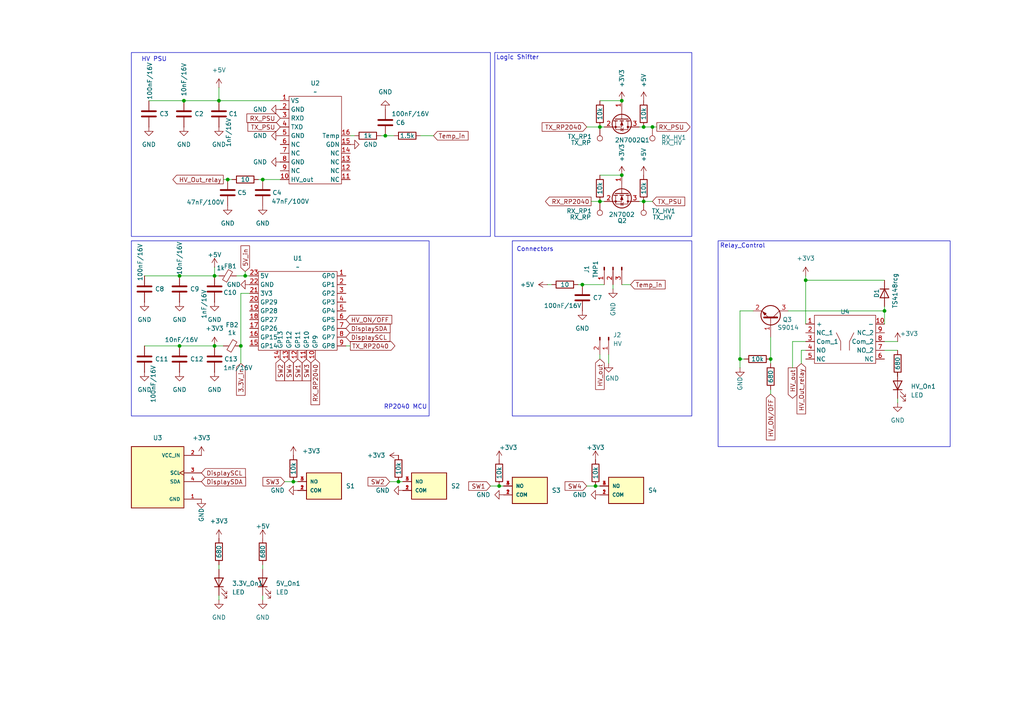
<source format=kicad_sch>
(kicad_sch (version 20250114) (generator "eeschema") (generator_version "9.0")
  (paper "A4")
  (lib_symbols
    (symbol "C11204-01:C11204"
      (property "Reference" "U" (at 0 5.08 0))
      (symbol "C11204_1_1"
        (pin input line (at -10.16 5.08 0) (length 2.54) (name "VS") (number "1"))
        (pin input line (at -10.16 2.54 0) (length 2.54) (name "GND") (number "2"))
        (pin input line (at -10.16 0 0) (length 2.54) (name "RXD") (number "3"))
        (pin output line (at -10.16 -2.54 0) (length 2.54) (name "TXD") (number "4"))
        (pin input line (at -10.16 -5.08 0) (length 2.54) (name "GND") (number "5"))
        (pin input line (at -10.16 -7.62 0) (length 2.54) (name "NC") (number "6"))
        (pin input line (at -10.16 -10.16 0) (length 2.54) (name "NC") (number "7"))
        (pin input line (at -10.16 -12.7 0) (length 2.54) (name "GND") (number "8"))
        (pin input line (at -10.16 -15.24 0) (length 2.54) (name "NC") (number "9"))
        (pin input line (at -10.16 -17.78 0) (length 2.54) (name "HV_out") (number "10"))
        (pin input line (at 10.16 -5.08 180) (length 2.54) (name "Temp") (number "16"))
        (pin input line (at 10.16 -7.62 180) (length 2.54) (name "GDN") (number "15"))
        (pin input line (at 10.16 -10.16 180) (length 2.54) (name "NC") (number "14"))
        (pin input line (at 10.16 -12.7 180) (length 2.54) (name "NC") (number "13"))
        (pin input line (at 10.16 -15.24 180) (length 2.54) (name "NC") (number "12"))
        (pin input line (at 10.16 -17.78 180) (length 2.54) (name "NC") (number "11"))
      )
    )
    (symbol "Connector:Conn_01x02_Pin" (pin_names (offset 1.016) (hide yes))
      (property "Reference" "J" (at 0 2.54 0))
      (property "Value" "Conn_01x02_Pin" (at 0 -5.08 0))
      (symbol "Conn_01x02_Pin_1_1"
        (pin passive line (at 5.08 0 180) (length 3.81) (name "Pin_1") (number "1"))
        (pin passive line (at 5.08 -2.54 180) (length 3.81) (name "Pin_2") (number "2"))
      )
    )
    (symbol "Connector:Conn_01x03_Pin" (pin_names (offset 1.016) (hide yes))
      (property "Reference" "J" (at 0 5.08 0))
      (property "Value" "Conn_01x03_Pin" (at 0 -5.08 0))
      (symbol "Conn_01x03_Pin_1_1"
        (pin passive line (at 5.08 2.54 180) (length 3.81) (name "Pin_1") (number "1"))
        (pin passive line (at 5.08 0 180) (length 3.81) (name "Pin_2") (number "2"))
        (pin passive line (at 5.08 -2.54 180) (length 3.81) (name "Pin_3") (number "3"))
      )
    )
    (symbol "Connector:TestPoint" (pin_numbers (hide yes)) (pin_names (offset 0.762) (hide yes))
      (property "Reference" "TP" (at 0 6.858 0))
      (property "Value" "TestPoint" (at 0 5.08 0))
      (symbol "TestPoint_1_1"
        (pin passive line (at 0 0 90) (length 2.54) (name "1") (number "1"))
      )
    )
    (symbol "Device:C" (pin_numbers (hide yes)) (pin_names (offset 0.254))
      (property "Reference" "C" (at 0.635 2.54 0))
      (property "Value" "C" (at 0.635 -2.54 0))
      (symbol "C_1_1"
        (pin passive line (at 0 3.81 270) (length 2.794) (name "~") (number "1"))
        (pin passive line (at 0 -3.81 90) (length 2.794) (name "~") (number "2"))
      )
    )
    (symbol "Device:D" (pin_numbers (hide yes)) (pin_names (offset 1.016) (hide yes))
      (property "Reference" "D" (at 0 2.54 0))
      (property "Value" "D" (at 0 -2.54 0))
      (symbol "D_1_1"
        (pin passive line (at -3.81 0 0) (length 2.54) (name "K") (number "1"))
        (pin passive line (at 3.81 0 180) (length 2.54) (name "A") (number "2"))
      )
    )
    (symbol "Device:FerriteBead_Small" (pin_numbers (hide yes)) (pin_names (offset 0))
      (property "Reference" "FB" (at 1.905 1.27 0))
      (property "Value" "FerriteBead_Small" (at 1.905 -1.27 0))
      (symbol "FerriteBead_Small_1_1"
        (pin passive line (at 0 2.54 270) (length 1.27) (name "~") (number "1"))
        (pin passive line (at 0 -2.54 90) (length 1.27) (name "~") (number "2"))
      )
    )
    (symbol "Device:LED" (pin_numbers (hide yes)) (pin_names (offset 1.016) (hide yes))
      (property "Reference" "D" (at 0 2.54 0))
      (property "Value" "LED" (at 0 -2.54 0))
      (symbol "LED_1_1"
        (pin passive line (at -3.81 0 0) (length 2.54) (name "K") (number "1"))
        (pin passive line (at 3.81 0 180) (length 2.54) (name "A") (number "2"))
      )
    )
    (symbol "Device:R" (pin_numbers (hide yes)) (pin_names (offset 0))
      (property "Reference" "R" (at 2.032 0 90))
      (property "Value" "R" (at 0 0 90))
      (symbol "R_1_1"
        (pin passive line (at 0 3.81 270) (length 1.27) (name "~") (number "1"))
        (pin passive line (at 0 -3.81 90) (length 1.27) (name "~") (number "2"))
      )
    )
    (symbol "Oled_Module:DM-OLED096-636" (pin_names (offset 1.016))
      (property "Reference" "U" (at -7.62 10.922 0))
      (property "Value" "DM-OLED096-636" (at -7.62 -10.16 0))
      (symbol "DM-OLED096-636_0_0"
        (pin power_in line (at 12.7 7.62 180) (length 5.08) (name "VCC_IN") (number "2"))
        (pin input clock (at 12.7 2.54 180) (length 5.08) (name "SCL") (number "3"))
        (pin bidirectional line (at 12.7 0 180) (length 5.08) (name "SDA") (number "4"))
        (pin power_in line (at 12.7 -5.08 180) (length 5.08) (name "GND") (number "1"))
      )
    )
    (symbol "RP2040MCU:SuperMiniRP2040"
      (property "Reference" "U" (at 0 0 0))
      (symbol "SuperMiniRP2040_1_1"
        (pin input line (at -13.97 6.35 0) (length 2.54) (name "5V") (number "23"))
        (pin input line (at -13.97 3.81 0) (length 2.54) (name "GND") (number "22"))
        (pin input line (at -13.97 1.27 0) (length 2.54) (name "3V3") (number "21"))
        (pin input line (at -13.97 -1.27 0) (length 2.54) (name "GP29") (number "20"))
        (pin input line (at -13.97 -3.81 0) (length 2.54) (name "GP28") (number "19"))
        (pin input line (at -13.97 -6.35 0) (length 2.54) (name "GP27") (number "18"))
        (pin input line (at -13.97 -8.89 0) (length 2.54) (name "GP26") (number "17"))
        (pin input line (at -13.97 -11.43 0) (length 2.54) (name "GP15") (number "16"))
        (pin input line (at -13.97 -13.97 0) (length 2.54) (name "GP14") (number "15"))
        (pin input line (at -5.08 -17.78 90) (length 2.54) (name "GP13") (number "14"))
        (pin input line (at -2.54 -17.78 90) (length 2.54) (name "GP12") (number "13"))
        (pin input line (at 0 -17.78 90) (length 2.54) (name "GP11") (number "12"))
        (pin input line (at 2.54 -17.78 90) (length 2.54) (name "GP10") (number "11"))
        (pin input line (at 5.08 -17.78 90) (length 2.54) (name "GP9") (number "10"))
        (pin input line (at 13.97 6.35 180) (length 2.54) (name "GP0") (number "1"))
        (pin input line (at 13.97 3.81 180) (length 2.54) (name "GP1") (number "2"))
        (pin input line (at 13.97 1.27 180) (length 2.54) (name "GP2") (number "3"))
        (pin input line (at 13.97 -1.27 180) (length 2.54) (name "GP3") (number "4"))
        (pin input line (at 13.97 -3.81 180) (length 2.54) (name "GP4") (number "5"))
        (pin input line (at 13.97 -6.35 180) (length 2.54) (name "GP5") (number "6"))
        (pin input line (at 13.97 -8.89 180) (length 2.54) (name "GP6") (number "7"))
        (pin input line (at 13.97 -11.43 180) (length 2.54) (name "GP7") (number "8"))
        (pin input line (at 13.97 -13.97 180) (length 2.54) (name "GP8") (number "9"))
      )
    )
    (symbol "Switch:PTS815_SJG_250_SMTR_LFS" (pin_names (offset 1.016))
      (property "Reference" "S" (at 5.08 5.08 0))
      (property "Value" "PTS815_SJG_250_SMTR_LFS" (at 5.08 2.54 0))
      (symbol "PTS815_SJG_250_SMTR_LFS_0_0"
        (pin bidirectional line (at -2.54 -2.54 0) (length 2.54) (name "NO") (number "3"))
        (pin bidirectional line (at -2.54 -2.54 0) (length 2.54) (name "NO") (number "4"))
        (pin bidirectional line (at -2.54 -5.08 0) (length 2.54) (name "COM") (number "1"))
        (pin bidirectional line (at -2.54 -5.08 0) (length 2.54) (name "COM") (number "2"))
      )
    )
    (symbol "TQ2SA_relay:TQ2SA-3V"
      (property "Reference" "U" (at 0 4.826 0))
      (symbol "TQ2SA-3V_1_1"
        (pin input line (at -11.43 1.27 0) (length 2.54) (name "+") (number "1"))
        (pin input line (at -11.43 -1.27 0) (length 2.54) (name "NC_1") (number "2"))
        (pin input line (at -11.43 -3.81 0) (length 2.54) (name "Com_1") (number "3"))
        (pin input line (at -11.43 -6.35 0) (length 2.54) (name "NO") (number "4"))
        (pin input line (at -11.43 -8.89 0) (length 2.54) (name "NC") (number "5"))
        (pin input line (at 11.43 1.27 180) (length 2.54) (name "-") (number "10"))
        (pin input line (at 11.43 -1.27 180) (length 2.54) (name "NC_2") (number "9"))
        (pin input line (at 11.43 -3.81 180) (length 2.54) (name "Com_2") (number "8"))
        (pin input line (at 11.43 -6.35 180) (length 2.54) (name "NO_2") (number "7"))
        (pin input line (at 11.43 -8.89 180) (length 2.54) (name "NC") (number "6"))
      )
    )
    (symbol "Transistor_BJT:MMBTA44" (pin_names (offset 0) (hide yes))
      (property "Reference" "Q" (at 5.08 1.905 0))
      (property "Value" "MMBTA44" (at 5.08 0 0))
      (symbol "MMBTA44_1_1"
        (pin input line (at -5.08 0 0) (length 5.08) (name "B") (number "1"))
        (pin passive line (at 2.54 5.08 270) (length 2.54) (name "C") (number "3"))
        (pin passive line (at 2.54 -5.08 90) (length 2.54) (name "E") (number "2"))
      )
    )
    (symbol "Transistor_FET:2N7002" (pin_names (hide yes))
      (property "Reference" "Q" (at 5.08 1.905 0))
      (property "Value" "2N7002" (at 5.08 0 0))
      (symbol "2N7002_1_1"
        (pin input line (at -5.08 0 0) (length 2.54) (name "G") (number "1"))
        (pin passive line (at 2.54 5.08 270) (length 2.54) (name "D") (number "3"))
        (pin passive line (at 2.54 -5.08 90) (length 2.54) (name "S") (number "2"))
      )
    )
    (symbol "power:+3V3" (power) (pin_numbers (hide yes)) (pin_names (offset 0) (hide yes))
      (property "Value" "+3V3" (at 0 3.556 0))
      (symbol "+3V3_1_1"
        (pin power_in line (at 0 0 90) (length 0) (name "~") (number "1"))
      )
    )
    (symbol "power:+5V" (power) (pin_numbers (hide yes)) (pin_names (offset 0) (hide yes))
      (property "Value" "+5V" (at 0 3.556 0))
      (symbol "+5V_1_1"
        (pin power_in line (at 0 0 90) (length 0) (name "~") (number "1"))
      )
    )
    (symbol "power:GND" (power) (pin_numbers (hide yes)) (pin_names (offset 0) (hide yes))
      (property "Value" "GND" (at 0 -3.81 0))
      (symbol "GND_1_1"
        (pin power_in line (at 0 0 270) (length 0) (name "~") (number "1"))
      )
    )
  )
  (rectangle (start 208.28 69.85) (end 275.59 129.54))
  (rectangle (start 38.1 15.24) (end 142.24 68.58))
  (rectangle (start 148.59 69.85) (end 200.66 120.65))
  (rectangle (start 38.1 69.85) (end 124.46 120.65))
  (rectangle (start 143.51 15.24) (end 200.66 68.58))
  (text "Connectors" (at 155.194 72.39 0) (effects (font (size 1.27 1.27))))
  (text "Logic Shifter" (at 150.114 16.764 0) (effects (font (size 1.27 1.27))))
  (text "HV PSU" (at 44.704 17.272 0) (effects (font (size 1.27 1.27))))
  (text "Relay_Control" (at 215.392 71.374 0) (effects (font (size 1.27 1.27))))
  (text "RP2040 MCU" (at 117.602 118.11 0) (effects (font (size 1.27 1.27))))
  (junction (at 223.52 104.14))
  (junction (at 168.91 82.55))
  (junction (at 69.85 100.33))
  (junction (at 189.23 36.83))
  (junction (at 66.04 52.07))
  (junction (at 85.09 139.7))
  (junction (at 63.5 29.21))
  (junction (at 62.23 80.01))
  (junction (at 52.07 80.01))
  (junction (at 115.57 139.7))
  (junction (at 180.34 29.21))
  (junction (at 53.34 29.21))
  (junction (at 173.99 36.83))
  (junction (at 76.2 52.07))
  (junction (at 186.69 36.83))
  (junction (at 186.69 58.42))
  (junction (at 172.72 140.97))
  (junction (at 214.63 104.14))
  (junction (at 71.12 80.01))
  (junction (at 52.07 100.33))
  (junction (at 62.23 100.33))
  (junction (at 233.68 81.28))
  (junction (at 144.78 140.97))
  (junction (at 173.99 58.42))
  (junction (at 111.76 39.37))
  (junction (at 256.54 90.17))
  (junction (at 180.34 50.8))
  (wire (pts (xy 69.85 85.09) (xy 69.85 100.33)))
  (wire (pts (xy 52.07 80.01) (xy 62.23 80.01)))
  (wire (pts (xy 189.23 58.42) (xy 186.69 58.42)))
  (wire (pts (xy 214.63 104.14) (xy 214.63 90.17)))
  (wire (pts (xy 115.57 139.7) (xy 116.84 139.7)))
  (wire (pts (xy 121.92 39.37) (xy 125.73 39.37)))
  (wire (pts (xy 71.12 80.01) (xy 72.39 80.01)))
  (wire (pts (xy 66.04 52.07) (xy 67.31 52.07)))
  (wire (pts (xy 63.5 25.4) (xy 63.5 29.21)))
  (wire (pts (xy 215.9 104.14) (xy 214.63 104.14)))
  (wire (pts (xy 171.45 58.42) (xy 173.99 58.42)))
  (wire (pts (xy 41.91 100.33) (xy 52.07 100.33)))
  (wire (pts (xy 180.34 50.8) (xy 173.99 50.8)))
  (wire (pts (xy 63.5 165.1) (xy 63.5 163.83)))
  (wire (pts (xy 233.68 80.01) (xy 233.68 81.28)))
  (wire (pts (xy 190.5 36.83) (xy 189.23 36.83)))
  (wire (pts (xy 256.54 101.6) (xy 260.35 101.6)))
  (wire (pts (xy 142.24 140.97) (xy 144.78 140.97)))
  (wire (pts (xy 101.6 100.33) (xy 100.33 100.33)))
  (wire (pts (xy 41.91 80.01) (xy 52.07 80.01)))
  (wire (pts (xy 113.03 139.7) (xy 115.57 139.7)))
  (wire (pts (xy 69.85 85.09) (xy 72.39 85.09)))
  (wire (pts (xy 175.26 58.42) (xy 173.99 58.42)))
  (wire (pts (xy 228.6 90.17) (xy 256.54 90.17)))
  (wire (pts (xy 170.18 36.83) (xy 173.99 36.83)))
  (wire (pts (xy 74.93 52.07) (xy 76.2 52.07)))
  (wire (pts (xy 232.41 101.6) (xy 232.41 105.41)))
  (wire (pts (xy 175.26 36.83) (xy 173.99 36.83)))
  (wire (pts (xy 167.64 82.55) (xy 168.91 82.55)))
  (wire (pts (xy 76.2 52.07) (xy 81.28 52.07)))
  (wire (pts (xy 62.23 80.01) (xy 63.5 80.01)))
  (wire (pts (xy 53.34 29.21) (xy 63.5 29.21)))
  (wire (pts (xy 168.91 82.55) (xy 175.26 82.55)))
  (wire (pts (xy 177.8 82.55) (xy 177.8 83.82)))
  (wire (pts (xy 69.85 100.33) (xy 69.85 105.41)))
  (wire (pts (xy 144.78 140.97) (xy 146.05 140.97)))
  (wire (pts (xy 68.58 80.01) (xy 71.12 80.01)))
  (wire (pts (xy 256.54 99.06) (xy 260.35 99.06)))
  (wire (pts (xy 223.52 97.79) (xy 223.52 104.14)))
  (wire (pts (xy 63.5 173.99) (xy 63.5 172.72)))
  (wire (pts (xy 176.53 105.41) (xy 176.53 102.87)))
  (wire (pts (xy 63.5 29.21) (xy 81.28 29.21)))
  (wire (pts (xy 170.18 140.97) (xy 172.72 140.97)))
  (wire (pts (xy 233.68 99.06) (xy 229.87 99.06)))
  (wire (pts (xy 173.99 104.14) (xy 173.99 102.87)))
  (wire (pts (xy 233.68 81.28) (xy 233.68 93.98)))
  (wire (pts (xy 76.2 165.1) (xy 76.2 163.83)))
  (wire (pts (xy 260.35 107.95) (xy 260.35 109.22)))
  (wire (pts (xy 180.34 29.21) (xy 173.99 29.21)))
  (wire (pts (xy 114.3 39.37) (xy 111.76 39.37)))
  (wire (pts (xy 232.41 101.6) (xy 233.68 101.6)))
  (wire (pts (xy 223.52 105.41) (xy 223.52 104.14)))
  (wire (pts (xy 214.63 90.17) (xy 218.44 90.17)))
  (wire (pts (xy 229.87 99.06) (xy 229.87 106.68)))
  (wire (pts (xy 260.35 116.84) (xy 260.35 115.57)))
  (wire (pts (xy 82.55 139.7) (xy 85.09 139.7)))
  (wire (pts (xy 102.87 39.37) (xy 101.6 39.37)))
  (wire (pts (xy 223.52 114.3) (xy 223.52 113.03)))
  (wire (pts (xy 111.76 39.37) (xy 110.49 39.37)))
  (wire (pts (xy 158.75 82.55) (xy 160.02 82.55)))
  (wire (pts (xy 189.23 36.83) (xy 186.69 36.83)))
  (wire (pts (xy 62.23 77.47) (xy 62.23 80.01)))
  (wire (pts (xy 76.2 173.99) (xy 76.2 172.72)))
  (wire (pts (xy 52.07 100.33) (xy 62.23 100.33)))
  (wire (pts (xy 186.69 36.83) (xy 185.42 36.83)))
  (wire (pts (xy 182.88 82.55) (xy 180.34 82.55)))
  (wire (pts (xy 256.54 93.98) (xy 256.54 90.17)))
  (wire (pts (xy 172.72 140.97) (xy 173.99 140.97)))
  (wire (pts (xy 186.69 58.42) (xy 185.42 58.42)))
  (wire (pts (xy 85.09 139.7) (xy 86.36 139.7)))
  (wire (pts (xy 43.18 29.21) (xy 53.34 29.21)))
  (wire (pts (xy 233.68 81.28) (xy 256.54 81.28)))
  (wire (pts (xy 64.77 52.07) (xy 66.04 52.07)))
  (wire (pts (xy 71.12 78.74) (xy 71.12 80.01)))
  (wire (pts (xy 256.54 88.9) (xy 256.54 90.17)))
  (wire (pts (xy 214.63 106.68) (xy 214.63 104.14)))
  (wire (pts (xy 62.23 100.33) (xy 64.77 100.33)))
  (global_label "SW1" (shape input) (at 142.24 140.97 180) (property "Intersheetrefs" "${INTERSHEET_REFS}" (effects (hide yes))))
  (global_label "DisplaySDA" (shape input) (at 58.42 139.7 0) (property "Intersheetrefs" "${INTERSHEET_REFS}" (effects (hide yes))))
  (global_label "SW1" (shape input) (at 86.36 104.14 270) (property "Intersheetrefs" "${INTERSHEET_REFS}" (effects (hide yes))))
  (global_label "RX_RP2040" (shape input) (at 91.44 104.14 270) (property "Intersheetrefs" "${INTERSHEET_REFS}" (effects (hide yes))))
  (global_label "HV_ON{slash}OFF" (shape input) (at 223.52 114.3 270) (property "Intersheetrefs" "${INTERSHEET_REFS}" (effects (hide yes))))
  (global_label "HV_ON{slash}OFF" (shape input) (at 100.33 92.71 0) (property "Intersheetrefs" "${INTERSHEET_REFS}" (effects (hide yes))))
  (global_label "Temp_in" (shape input) (at 125.73 39.37 0) (property "Intersheetrefs" "${INTERSHEET_REFS}" (effects (hide yes))))
  (global_label "SW3" (shape input) (at 82.55 139.7 180) (property "Intersheetrefs" "${INTERSHEET_REFS}" (effects (hide yes))))
  (global_label "HV_out" (shape input) (at 173.99 104.14 270) (property "Intersheetrefs" "${INTERSHEET_REFS}" (effects (hide yes))))
  (global_label "RX_PSU" (shape output) (at 190.5 36.83 0) (property "Intersheetrefs" "${INTERSHEET_REFS}" (effects (hide yes))))
  (global_label "HV_out" (shape output) (at 229.87 106.68 270) (property "Intersheetrefs" "${INTERSHEET_REFS}" (effects (hide yes))))
  (global_label "SW2" (shape input) (at 113.03 139.7 180) (property "Intersheetrefs" "${INTERSHEET_REFS}" (effects (hide yes))))
  (global_label "HV_Out_relay" (shape input) (at 232.41 105.41 270) (property "Intersheetrefs" "${INTERSHEET_REFS}" (effects (hide yes))))
  (global_label "TX_RP2040" (shape output) (at 101.6 100.33 0) (property "Intersheetrefs" "${INTERSHEET_REFS}" (effects (hide yes))))
  (global_label "5V_in" (shape input) (at 71.12 78.74 90) (property "Intersheetrefs" "${INTERSHEET_REFS}" (effects (hide yes))))
  (global_label "TX_PSU" (shape input) (at 81.28 36.83 180) (property "Intersheetrefs" "${INTERSHEET_REFS}" (effects (hide yes))))
  (global_label "3.3V_in" (shape input) (at 69.85 105.41 270) (property "Intersheetrefs" "${INTERSHEET_REFS}" (effects (hide yes))))
  (global_label "SW3" (shape input) (at 88.9 104.14 270) (property "Intersheetrefs" "${INTERSHEET_REFS}" (effects (hide yes))))
  (global_label "TX_PSU" (shape input) (at 189.23 58.42 0) (property "Intersheetrefs" "${INTERSHEET_REFS}" (effects (hide yes))))
  (global_label "RX_PSU" (shape input) (at 81.28 34.29 180) (property "Intersheetrefs" "${INTERSHEET_REFS}" (effects (hide yes))))
  (global_label "DisplaySCL" (shape input) (at 58.42 137.16 0) (property "Intersheetrefs" "${INTERSHEET_REFS}" (effects (hide yes))))
  (global_label "Temp_in" (shape input) (at 182.88 82.55 0) (property "Intersheetrefs" "${INTERSHEET_REFS}" (effects (hide yes))))
  (global_label "DisplaySCL" (shape input) (at 100.33 97.79 0) (property "Intersheetrefs" "${INTERSHEET_REFS}" (effects (hide yes))))
  (global_label "SW4" (shape input) (at 83.82 104.14 270) (property "Intersheetrefs" "${INTERSHEET_REFS}" (effects (hide yes))))
  (global_label "HV_Out_relay" (shape output) (at 64.77 52.07 180) (property "Intersheetrefs" "${INTERSHEET_REFS}" (effects (hide yes))))
  (global_label "RX_RP2040" (shape output) (at 171.45 58.42 180) (property "Intersheetrefs" "${INTERSHEET_REFS}" (effects (hide yes))))
  (global_label "DisplaySDA" (shape input) (at 100.33 95.25 0) (property "Intersheetrefs" "${INTERSHEET_REFS}" (effects (hide yes))))
  (global_label "SW2" (shape input) (at 81.28 104.14 270) (property "Intersheetrefs" "${INTERSHEET_REFS}" (effects (hide yes))))
  (global_label "TX_RP2040" (shape input) (at 170.18 36.83 180) (property "Intersheetrefs" "${INTERSHEET_REFS}" (effects (hide yes))))
  (global_label "SW4" (shape input) (at 170.18 140.97 180) (property "Intersheetrefs" "${INTERSHEET_REFS}" (effects (hide yes))))
  (symbol (lib_id "power:+5V") (at 76.2 156.21 0) (unit 1)
    (property "Reference" "#PWR046" (effects (hide yes)))
    (property "Value" "+5V" (at 76.2 152.654 0))
    (property "Description" "Power symbol creates a global label with name \"+5V\"" (effects (hide yes)))
  )
  (symbol (lib_id "power:GND") (at 81.28 46.99 270) (unit 1)
    (property "Reference" "#PWR08" (effects (hide yes)))
    (property "Value" "GND" (at 77.47 46.9899 90) (effects (justify right)))
    (property "Description" "Power symbol creates a global label with name \"GND\" , ground" (effects (hide yes)))
  )
  (symbol (lib_id "Transistor_BJT:MMBTA44") (at 223.52 92.71 270) (mirror x) (unit 1)
    (property "Reference" "Q3" (at 228.346 92.71 90))
    (property "Value" "S9014" (at 228.6 94.996 90))
    (property "Footprint" "Package_TO_SOT_SMD:SOT-23" (effects (hide yes)))
    (property "Datasheet" "https://diotec.com/request/datasheet/mmbta42.pdf" (effects (hide yes)))
    (property "Description" "0.3A Ic, 400V Vce, NPN High Voltage Transistor, SOT-23" (effects (hide yes)))
  )
  (symbol (lib_id "power:GND") (at 86.36 142.24 270) (unit 1)
    (property "Reference" "#PWR034" (effects (hide yes)))
    (property "Value" "GND" (at 82.55 142.2399 90) (effects (justify right)))
    (property "Description" "Power symbol creates a global label with name \"GND\" , ground" (effects (hide yes)))
  )
  (symbol (lib_id "Device:R") (at 186.69 33.02 0) (unit 1)
    (property "Reference" "R2" (effects (hide yes)))
    (property "Value" "10k" (at 186.69 33.02 90))
    (property "Footprint" "Resistor_SMD:R_0201_0603Metric" (effects (hide yes)))
    (property "Description" "Resistor" (effects (hide yes)))
  )
  (symbol (lib_id "power:+3V3") (at 58.42 132.08 0) (unit 1)
    (property "Reference" "#PWR030" (effects (hide yes)))
    (property "Value" "+3V3" (at 58.42 127 0))
    (property "Description" "Power symbol creates a global label with name \"+3V3\"" (effects (hide yes)))
  )
  (symbol (lib_id "Connector:Conn_01x02_Pin") (at 176.53 97.79 270) (unit 1)
    (property "Reference" "J2" (at 177.8 97.1549 90) (effects (justify left)))
    (property "Value" "HV" (at 177.8 99.6949 90) (effects (justify left)))
    (property "Footprint" "Connector_JST:JST_EH_S2B-EH_1x02_P2.50mm_Horizontal" (effects (hide yes)))
    (property "Description" "Generic connector, single row, 01x02, script generated" (effects (hide yes)))
  )
  (symbol (lib_id "Device:R") (at 219.71 104.14 90) (unit 1)
    (property "Reference" "R14" (effects (hide yes)))
    (property "Value" "10k" (at 219.71 104.14 90))
    (property "Footprint" "Resistor_SMD:R_0201_0603Metric" (effects (hide yes)))
    (property "Description" "Resistor" (effects (hide yes)))
  )
  (symbol (lib_id "Device:C") (at 111.76 35.56 0) (mirror x) (unit 1)
    (property "Reference" "C6" (at 114.808 35.56 0) (effects (justify left)))
    (property "Value" "100nF/16V" (at 113.538 33.02 0) (effects (justify left)))
    (property "Footprint" "Capacitor_SMD:C_0402_1005Metric" (effects (hide yes)))
    (property "Description" "Unpolarized capacitor" (effects (hide yes)))
  )
  (symbol (lib_id "Device:FerriteBead_Small") (at 66.04 80.01 90) (unit 1)
    (property "Reference" "FB1" (at 66.802 77.216 90))
    (property "Value" "1k" (at 64.008 77.724 90))
    (property "Footprint" "Inductor_SMD:L_0603_1608Metric" (effects (hide yes)))
    (property "Description" "Ferrite bead, small symbol" (effects (hide yes)))
  )
  (symbol (lib_id "Device:R") (at 186.69 54.61 0) (unit 1)
    (property "Reference" "R4" (effects (hide yes)))
    (property "Value" "10k" (at 186.69 54.61 90))
    (property "Footprint" "Resistor_SMD:R_0201_0603Metric" (effects (hide yes)))
    (property "Description" "Resistor" (effects (hide yes)))
  )
  (symbol (lib_id "power:+3V3") (at 115.57 132.08 90) (unit 1)
    (property "Reference" "#PWR038" (effects (hide yes)))
    (property "Value" "+3V3" (at 111.76 132.0799 90) (effects (justify left)))
    (property "Description" "Power symbol creates a global label with name \"+3V3\"" (effects (hide yes)))
  )
  (symbol (lib_id "Connector:Conn_01x03_Pin") (at 177.8 77.47 90) (mirror x) (unit 1)
    (property "Reference" "J1" (at 170.18 78.105 0))
    (property "Value" "TMP1" (at 172.72 78.105 0))
    (property "Footprint" "Connector_JST:JST_EH_S3B-EH_1x03_P2.50mm_Horizontal" (effects (hide yes)))
    (property "Description" "Generic connector, single row, 01x03, script generated" (effects (hide yes)))
  )
  (symbol (lib_id "Connector:TestPoint") (at 173.99 58.42 0) (mirror x) (unit 1)
    (property "Reference" "RX_RP1" (at 171.704 61.214 0) (effects (justify right)))
    (property "Value" "RX_RP" (at 171.45 62.9919 0) (effects (justify right)))
    (property "Footprint" "TestPoint:TestPoint_Pad_D2.0mm" (effects (hide yes)))
    (property "Description" "test point" (effects (hide yes)))
  )
  (symbol (lib_id "power:GND") (at 53.34 36.83 0) (unit 1)
    (property "Reference" "#PWR014" (effects (hide yes)))
    (property "Value" "GND" (at 53.34 41.91 0))
    (property "Description" "Power symbol creates a global label with name \"GND\" , ground" (effects (hide yes)))
  )
  (symbol (lib_id "Device:LED") (at 260.35 111.76 90) (unit 1)
    (property "Reference" "HV_On1" (at 264.16 112.0774 90) (effects (justify right)))
    (property "Value" "LED" (at 264.16 114.6174 90) (effects (justify right)))
    (property "Footprint" "LED_SMD:LED_0603_1608Metric" (effects (hide yes)))
    (property "Description" "Light emitting diode" (effects (hide yes)))
  )
  (symbol (lib_id "power:GND") (at 111.76 31.75 180) (unit 1)
    (property "Reference" "#PWR018" (effects (hide yes)))
    (property "Value" "GND" (at 111.76 26.67 0))
    (property "Description" "Power symbol creates a global label with name \"GND\" , ground" (effects (hide yes)))
  )
  (symbol (lib_id "RP2040MCU:SuperMiniRP2040") (at 86.36 86.36 0) (unit 1)
    (property "Reference" "U1" (at 86.36 74.93 0))
    (property "Value" "~" (at 86.36 77.47 0))
    (property "Footprint" "RP2040MCU:SuperMiniRP2040" (effects (hide yes)))
  )
  (symbol (lib_id "power:GND") (at 81.28 31.75 270) (unit 1)
    (property "Reference" "#PWR06" (effects (hide yes)))
    (property "Value" "GND" (at 77.47 31.7499 90) (effects (justify right)))
    (property "Description" "Power symbol creates a global label with name \"GND\" , ground" (effects (hide yes)))
  )
  (symbol (lib_id "Device:R") (at 163.83 82.55 270) (unit 1)
    (property "Reference" "R8" (effects (hide yes)))
    (property "Value" "10" (at 163.83 82.55 90))
    (property "Footprint" "Resistor_SMD:R_0201_0603Metric" (effects (hide yes)))
    (property "Description" "Resistor" (effects (hide yes)))
  )
  (symbol (lib_id "Oled_Module:DM-OLED096-636") (at 45.72 139.7 0) (unit 1)
    (property "Reference" "U3" (at 45.72 127 0))
    (property "Value" "DM-OLED096-636" (effects (hide yes)))
    (property "Footprint" "Oled_module:MODULE_DM-OLED096-636" (effects (hide yes)))
    (property "MF" "Display Module" (effects (hide yes)))
    (property "MAXIMUM_PACKAGE_HEIGHT" "11.3 mm" (effects (hide yes)))
    (property "Package" "Package" (effects (hide yes)))
    (property "Price" "None" (effects (hide yes)))
    (property "Check_prices" "https://www.snapeda.com/parts/DM-OLED096-636/Display+Module/view-part/?ref=eda" (effects (hide yes)))
    (property "STANDARD" "Manufacturer Recommendations" (effects (hide yes)))
    (property "PARTREV" "2018-09-10" (effects (hide yes)))
    (property "SnapEDA_Link" "https://www.snapeda.com/parts/DM-OLED096-636/Display+Module/view-part/?ref=snap" (effects (hide yes)))
    (property "MP" "DM-OLED096-636" (effects (hide yes)))
    (property "Description_1" "\n0.96” 128 X 64 MONOCHROME GRAPHIC OLED DISPLAY MODULE - I2C\n" (effects (hide yes)))
    (property "Availability" "Not in stock" (effects (hide yes)))
    (property "MANUFACTURER" "Displaymodule" (effects (hide yes)))
  )
  (symbol (lib_id "Device:R") (at 144.78 137.16 0) (unit 1)
    (property "Reference" "R12" (effects (hide yes)))
    (property "Value" "10k" (at 144.78 137.16 90))
    (property "Footprint" "Resistor_SMD:R_0201_0603Metric" (effects (hide yes)))
    (property "Description" "Resistor" (effects (hide yes)))
  )
  (symbol (lib_id "power:GND") (at 176.53 105.41 0) (unit 1)
    (property "Reference" "#PWR023" (effects (hide yes)))
    (property "Value" "GND" (at 177.546 109.728 0))
    (property "Description" "Power symbol creates a global label with name \"GND\" , ground" (effects (hide yes)))
  )
  (symbol (lib_id "power:+3V3") (at 172.72 133.35 0) (unit 1)
    (property "Reference" "#PWR036" (effects (hide yes)))
    (property "Value" "+3V3" (at 172.72 129.794 0))
    (property "Description" "Power symbol creates a global label with name \"+3V3\"" (effects (hide yes)))
  )
  (symbol (lib_id "Device:C") (at 52.07 83.82 0) (unit 1)
    (property "Reference" "C9" (at 55.118 83.82 0) (effects (justify left)))
    (property "Value" "10nF/16V" (at 52.07 79.756 90) (effects (justify left)))
    (property "Footprint" "Capacitor_SMD:C_0402_1005Metric" (effects (hide yes)))
    (property "Description" "Unpolarized capacitor" (effects (hide yes)))
  )
  (symbol (lib_id "Device:C") (at 168.91 86.36 0) (unit 1)
    (property "Reference" "C7" (at 171.958 86.36 0) (effects (justify left)))
    (property "Value" "100nF/16V" (at 157.734 88.646 0) (effects (justify left)))
    (property "Footprint" "Capacitor_SMD:C_0402_1005Metric" (effects (hide yes)))
    (property "Description" "Unpolarized capacitor" (effects (hide yes)))
  )
  (symbol (lib_id "Device:R") (at 85.09 135.89 0) (unit 1)
    (property "Reference" "R10" (effects (hide yes)))
    (property "Value" "10k" (at 85.09 135.89 90))
    (property "Footprint" "Resistor_SMD:R_0201_0603Metric" (effects (hide yes)))
    (property "Description" "Resistor" (effects (hide yes)))
  )
  (symbol (lib_id "power:+5V") (at 158.75 82.55 90) (unit 1)
    (property "Reference" "#PWR021" (effects (hide yes)))
    (property "Value" "+5V" (at 154.94 82.5499 90) (effects (justify left)))
    (property "Description" "Power symbol creates a global label with name \"+5V\"" (effects (hide yes)))
  )
  (symbol (lib_id "Device:C") (at 66.04 55.88 0) (unit 1)
    (property "Reference" "C5" (at 68.834 55.88 0) (effects (justify left)))
    (property "Value" "47nF/100V" (at 54.102 58.674 0) (effects (justify left)))
    (property "Footprint" "Capacitor_SMD:C_0603_1608Metric" (effects (hide yes)))
    (property "Description" "Unpolarized capacitor" (effects (hide yes)))
  )
  (symbol (lib_id "power:GND") (at 63.5 36.83 0) (unit 1)
    (property "Reference" "#PWR013" (effects (hide yes)))
    (property "Value" "GND" (at 63.5 41.91 0))
    (property "Description" "Power symbol creates a global label with name \"GND\" , ground" (effects (hide yes)))
  )
  (symbol (lib_id "power:GND") (at 177.8 83.82 0) (unit 1)
    (property "Reference" "#PWR019" (effects (hide yes)))
    (property "Value" "GND" (at 177.8001 87.63 90) (effects (justify right)))
    (property "Description" "Power symbol creates a global label with name \"GND\" , ground" (effects (hide yes)))
  )
  (symbol (lib_id "power:GND") (at 62.23 87.63 0) (unit 1)
    (property "Reference" "#PWR026" (effects (hide yes)))
    (property "Value" "GND" (at 62.23 92.71 0))
    (property "Description" "Power symbol creates a global label with name \"GND\" , ground" (effects (hide yes)))
  )
  (symbol (lib_id "power:GND") (at 116.84 142.24 270) (unit 1)
    (property "Reference" "#PWR033" (effects (hide yes)))
    (property "Value" "GND" (at 113.03 142.2399 90) (effects (justify right)))
    (property "Description" "Power symbol creates a global label with name \"GND\" , ground" (effects (hide yes)))
  )
  (symbol (lib_id "power:GND") (at 76.2 59.69 0) (unit 1)
    (property "Reference" "#PWR016" (effects (hide yes)))
    (property "Value" "GND" (at 76.2 64.77 0))
    (property "Description" "Power symbol creates a global label with name \"GND\" , ground" (effects (hide yes)))
  )
  (symbol (lib_id "Device:C") (at 62.23 104.14 0) (unit 1)
    (property "Reference" "C13" (at 65.024 104.14 0) (effects (justify left)))
    (property "Value" "1nF/16V" (at 64.77 106.68 0) (effects (justify left)))
    (property "Footprint" "Capacitor_SMD:C_0402_1005Metric" (effects (hide yes)))
    (property "Description" "Unpolarized capacitor" (effects (hide yes)))
  )
  (symbol (lib_id "Device:R") (at 260.35 105.41 0) (unit 1)
    (property "Reference" "R15" (effects (hide yes)))
    (property "Value" "680" (at 260.35 105.41 90))
    (property "Footprint" "Resistor_SMD:R_0201_0603Metric" (effects (hide yes)))
    (property "Description" "Resistor" (effects (hide yes)))
  )
  (symbol (lib_id "power:+3V3") (at 260.35 99.06 0) (unit 1)
    (property "Reference" "#PWR043" (effects (hide yes)))
    (property "Value" "+3V3" (at 263.652 96.774 0))
    (property "Description" "Power symbol creates a global label with name \"+3V3\"" (effects (hide yes)))
  )
  (symbol (lib_id "power:+3V3") (at 85.09 132.08 0) (unit 1)
    (property "Reference" "#PWR037" (effects (hide yes)))
    (property "Value" "+3V3" (at 87.63 130.8099 0) (effects (justify left)))
    (property "Description" "Power symbol creates a global label with name \"+3V3\"" (effects (hide yes)))
  )
  (symbol (lib_id "power:GND") (at 52.07 107.95 0) (unit 1)
    (property "Reference" "#PWR028" (effects (hide yes)))
    (property "Value" "GND" (at 52.07 113.03 0))
    (property "Description" "Power symbol creates a global label with name \"GND\" , ground" (effects (hide yes)))
  )
  (symbol (lib_id "Connector:TestPoint") (at 173.99 36.83 0) (mirror x) (unit 1)
    (property "Reference" "TX_RP1" (at 171.704 39.624 0) (effects (justify right)))
    (property "Value" "TX_RP" (at 171.45 41.4019 0) (effects (justify right)))
    (property "Footprint" "TestPoint:TestPoint_Pad_D2.0mm" (effects (hide yes)))
    (property "Description" "test point" (effects (hide yes)))
  )
  (symbol (lib_id "power:GND") (at 43.18 36.83 0) (unit 1)
    (property "Reference" "#PWR015" (effects (hide yes)))
    (property "Value" "GND" (at 43.18 41.91 0))
    (property "Description" "Power symbol creates a global label with name \"GND\" , ground" (effects (hide yes)))
  )
  (symbol (lib_id "power:GND") (at 76.2 173.99 0) (unit 1)
    (property "Reference" "#PWR041" (effects (hide yes)))
    (property "Value" "GND" (at 76.2 179.07 0))
    (property "Description" "Power symbol creates a global label with name \"GND\" , ground" (effects (hide yes)))
  )
  (symbol (lib_id "power:GND") (at 58.42 144.78 0) (unit 1)
    (property "Reference" "#PWR031" (effects (hide yes)))
    (property "Value" "GND" (at 58.42 147.32 90) (effects (justify right)))
    (property "Description" "Power symbol creates a global label with name \"GND\" , ground" (effects (hide yes)))
  )
  (symbol (lib_id "Switch:PTS815_SJG_250_SMTR_LFS") (at 176.53 138.43 0) (unit 1)
    (property "Reference" "S4" (at 187.96 142.2399 0) (effects (justify left)))
    (property "Value" "PTS815_SJG_250_SMTR_LFS" (effects (hide yes)))
    (property "Footprint" "Switch:PTS815SJG250SMTRLFS" (effects (hide yes)))
    (property "MANUFACTURER_NAME" "C & K COMPONENTS" (effects (hide yes)))
    (property "MF" "C&K" (effects (hide yes)))
    (property "MOUSER_PRICE-STOCK" "https://www.mouser.co.uk/ProductDetail/CK/PTS815-SJG-250-SMTR-LFS?qs=ahcBuItHZ3yjoEmU1Oppnw%3D%3D" (effects (hide yes)))
    (property "DESCRIPTION" "Tactile Switches Tact Switch, 12 VDC, 50 mA, 4.2x3.2, 2.5mm H, 400gf, J leads" (effects (hide yes)))
    (property "MOUSER_PART_NUMBER" "611-PTS815SJG250SMTR" (effects (hide yes)))
    (property "Price" "None" (effects (hide yes)))
    (property "Package" "None" (effects (hide yes)))
    (property "Check_prices" "https://www.snapeda.com/parts/PTS815%20SJG%20250%20SMTR%20LFS/C%2526K/view-part/?ref=eda" (effects (hide yes)))
    (property "HEIGHT" "2.7mm" (effects (hide yes)))
    (property "SnapEDA_Link" "https://www.snapeda.com/parts/PTS815%20SJG%20250%20SMTR%20LFS/C%2526K/view-part/?ref=snap" (effects (hide yes)))
    (property "MP" "PTS815 SJG 250 SMTR LFS" (effects (hide yes)))
    (property "Description_1" "\nSwitch;Tactile;4.2 x 3.2;2.5MM;400gf;J Leads | C&K PTS815 SJG 250 SMTR LFS\n" (effects (hide yes)))
    (property "Availability" "In Stock" (effects (hide yes)))
    (property "MANUFACTURER_PART_NUMBER" "PTS815 SJG 250 SMTR LFS" (effects (hide yes)))
  )
  (symbol (lib_id "power:+3V3") (at 180.34 50.8 0) (unit 1)
    (property "Reference" "#PWR011" (effects (hide yes)))
    (property "Value" "+3V3" (at 180.3401 46.99 90) (effects (justify left)))
    (property "Description" "Power symbol creates a global label with name \"+3V3\"" (effects (hide yes)))
  )
  (symbol (lib_id "Device:R") (at 106.68 39.37 270) (unit 1)
    (property "Reference" "R6" (effects (hide yes)))
    (property "Value" "1k" (at 106.68 39.37 90))
    (property "Footprint" "Resistor_SMD:R_0201_0603Metric" (effects (hide yes)))
    (property "Description" "Resistor" (effects (hide yes)))
  )
  (symbol (lib_id "power:+5V") (at 186.69 29.21 0) (unit 1)
    (property "Reference" "#PWR010" (effects (hide yes)))
    (property "Value" "+5V" (at 186.6901 25.4 90) (effects (justify left)))
    (property "Description" "Power symbol creates a global label with name \"+5V\"" (effects (hide yes)))
  )
  (symbol (lib_id "Device:LED") (at 63.5 168.91 90) (unit 1)
    (property "Reference" "3.3V_On1" (at 67.31 169.2274 90) (effects (justify right)))
    (property "Value" "LED" (at 67.31 171.7674 90) (effects (justify right)))
    (property "Footprint" "LED_SMD:LED_0603_1608Metric" (effects (hide yes)))
    (property "Description" "Light emitting diode" (effects (hide yes)))
  )
  (symbol (lib_id "power:GND") (at 62.23 107.95 0) (unit 1)
    (property "Reference" "#PWR029" (effects (hide yes)))
    (property "Value" "GND" (at 62.23 113.03 0))
    (property "Description" "Power symbol creates a global label with name \"GND\" , ground" (effects (hide yes)))
  )
  (symbol (lib_id "power:+5V") (at 63.5 25.4 0) (unit 1)
    (property "Reference" "#PWR05" (effects (hide yes)))
    (property "Value" "+5V" (at 63.5 20.32 0))
    (property "Description" "Power symbol creates a global label with name \"+5V\"" (effects (hide yes)))
  )
  (symbol (lib_id "power:GND") (at 81.28 39.37 270) (unit 1)
    (property "Reference" "#PWR07" (effects (hide yes)))
    (property "Value" "GND" (at 77.47 39.3699 90) (effects (justify right)))
    (property "Description" "Power symbol creates a global label with name \"GND\" , ground" (effects (hide yes)))
  )
  (symbol (lib_id "power:+3V3") (at 233.68 80.01 0) (unit 1)
    (property "Reference" "#PWR040" (effects (hide yes)))
    (property "Value" "+3V3" (at 233.68 74.93 0))
    (property "Description" "Power symbol creates a global label with name \"+3V3\"" (effects (hide yes)))
  )
  (symbol (lib_id "Device:FerriteBead_Small") (at 67.31 100.33 90) (unit 1)
    (property "Reference" "FB2" (at 67.31 94.234 90))
    (property "Value" "1k" (at 67.2719 96.52 90))
    (property "Footprint" "Inductor_SMD:L_0603_1608Metric" (effects (hide yes)))
    (property "Description" "Ferrite bead, small symbol" (effects (hide yes)))
  )
  (symbol (lib_id "Transistor_FET:2N7002") (at 180.34 34.29 270) (unit 1)
    (property "Reference" "Q1" (at 185.674 40.64 90) (effects (justify left)))
    (property "Value" "2N7002" (at 178.308 40.64 90) (effects (justify left)))
    (property "Footprint" "Package_TO_SOT_SMD:SOT-23" (effects (hide yes)))
    (property "Datasheet" "https://www.onsemi.com/pub/Collateral/NDS7002A-D.PDF" (effects (hide yes)))
    (property "Description" "0.115A Id, 60V Vds, N-Channel MOSFET, SOT-23" (effects (hide yes)))
  )
  (symbol (lib_id "power:+5V") (at 186.69 50.8 0) (unit 1)
    (property "Reference" "#PWR012" (effects (hide yes)))
    (property "Value" "+5V" (at 186.6901 46.99 90) (effects (justify left)))
    (property "Description" "Power symbol creates a global label with name \"+5V\"" (effects (hide yes)))
  )
  (symbol (lib_id "Transistor_FET:2N7002") (at 180.34 55.88 270) (unit 1)
    (property "Reference" "Q2" (at 179.07 64.008 90) (effects (justify left)))
    (property "Value" "2N7002" (at 176.53 62.23 90) (effects (justify left)))
    (property "Footprint" "Package_TO_SOT_SMD:SOT-23" (effects (hide yes)))
    (property "Datasheet" "https://www.onsemi.com/pub/Collateral/NDS7002A-D.PDF" (effects (hide yes)))
    (property "Description" "0.115A Id, 60V Vds, N-Channel MOSFET, SOT-23" (effects (hide yes)))
  )
  (symbol (lib_id "Device:R") (at 115.57 135.89 0) (unit 1)
    (property "Reference" "R11" (effects (hide yes)))
    (property "Value" "10k" (at 115.57 135.89 90))
    (property "Footprint" "Resistor_SMD:R_0201_0603Metric" (effects (hide yes)))
    (property "Description" "Resistor" (effects (hide yes)))
  )
  (symbol (lib_id "power:GND") (at 101.6 41.91 90) (unit 1)
    (property "Reference" "#PWR09" (effects (hide yes)))
    (property "Value" "GND" (at 105.41 41.9099 90) (effects (justify right)))
    (property "Description" "Power symbol creates a global label with name \"GND\" , ground" (effects (hide yes)))
  )
  (symbol (lib_id "power:GND") (at 173.99 143.51 270) (unit 1)
    (property "Reference" "#PWR035" (effects (hide yes)))
    (property "Value" "GND" (at 170.18 143.5099 90) (effects (justify right)))
    (property "Description" "Power symbol creates a global label with name \"GND\" , ground" (effects (hide yes)))
  )
  (symbol (lib_id "Device:LED") (at 76.2 168.91 90) (unit 1)
    (property "Reference" "5V_On1" (at 80.01 169.2274 90) (effects (justify right)))
    (property "Value" "LED" (at 80.01 171.7674 90) (effects (justify right)))
    (property "Footprint" "LED_SMD:LED_0603_1608Metric" (effects (hide yes)))
    (property "Description" "Light emitting diode" (effects (hide yes)))
  )
  (symbol (lib_id "power:GND") (at 66.04 59.69 0) (unit 1)
    (property "Reference" "#PWR017" (effects (hide yes)))
    (property "Value" "GND" (at 66.04 64.77 0))
    (property "Description" "Power symbol creates a global label with name \"GND\" , ground" (effects (hide yes)))
  )
  (symbol (lib_id "power:GND") (at 41.91 87.63 0) (unit 1)
    (property "Reference" "#PWR024" (effects (hide yes)))
    (property "Value" "GND" (at 41.91 92.71 0))
    (property "Description" "Power symbol creates a global label with name \"GND\" , ground" (effects (hide yes)))
  )
  (symbol (lib_id "Device:C") (at 43.18 33.02 0) (unit 1)
    (property "Reference" "C3" (at 46.228 33.02 0) (effects (justify left)))
    (property "Value" "100nF/16V" (at 43.434 28.956 90) (effects (justify left)))
    (property "Footprint" "Capacitor_SMD:C_0402_1005Metric" (effects (hide yes)))
    (property "Description" "Unpolarized capacitor" (effects (hide yes)))
  )
  (symbol (lib_id "Device:R") (at 76.2 160.02 0) (unit 1)
    (property "Reference" "R17" (effects (hide yes)))
    (property "Value" "680" (at 76.2 160.02 90))
    (property "Footprint" "Resistor_SMD:R_0201_0603Metric" (effects (hide yes)))
    (property "Description" "Resistor" (effects (hide yes)))
  )
  (symbol (lib_id "power:+3V3") (at 144.78 133.35 0) (unit 1)
    (property "Reference" "#PWR039" (effects (hide yes)))
    (property "Value" "+3V3" (at 144.78 129.794 0) (effects (justify left)))
    (property "Description" "Power symbol creates a global label with name \"+3V3\"" (effects (hide yes)))
  )
  (symbol (lib_id "power:GND") (at 52.07 87.63 0) (unit 1)
    (property "Reference" "#PWR025" (effects (hide yes)))
    (property "Value" "GND" (at 52.07 92.71 0))
    (property "Description" "Power symbol creates a global label with name \"GND\" , ground" (effects (hide yes)))
  )
  (symbol (lib_id "power:+3V3") (at 62.23 100.33 0) (unit 1)
    (property "Reference" "#PWR01" (effects (hide yes)))
    (property "Value" "+3V3" (at 62.23 95.25 0))
    (property "Description" "Power symbol creates a global label with name \"+3V3\"" (effects (hide yes)))
  )
  (symbol (lib_id "Device:D") (at 256.54 85.09 90) (mirror x) (unit 1)
    (property "Reference" "D1" (at 254.254 85.09 0))
    (property "Value" "TS4148rcg" (at 259.588 84.328 0))
    (property "Footprint" "Diode_SMD:D_0603_1608Metric" (effects (hide yes)))
    (property "Description" "Diode" (effects (hide yes)))
    (property "Sim.Device" "D" (effects (hide yes)))
    (property "Sim.Pins" "1=K 2=A" (effects (hide yes)))
  )
  (symbol (lib_id "power:+5V") (at 62.23 77.47 0) (unit 1)
    (property "Reference" "#PWR03" (effects (hide yes)))
    (property "Value" "+5V" (at 62.23 73.914 0))
    (property "Description" "Power symbol creates a global label with name \"+5V\"" (effects (hide yes)))
  )
  (symbol (lib_id "Device:R") (at 71.12 52.07 270) (unit 1)
    (property "Reference" "R5" (effects (hide yes)))
    (property "Value" "10" (at 71.12 52.07 90))
    (property "Footprint" "Resistor_SMD:R_0201_0603Metric" (effects (hide yes)))
    (property "Description" "Resistor" (effects (hide yes)))
  )
  (symbol (lib_id "Device:C") (at 53.34 33.02 0) (unit 1)
    (property "Reference" "C2" (at 56.388 33.02 0) (effects (justify left)))
    (property "Value" "10nF/16V" (at 53.34 27.94 90) (effects (justify left)))
    (property "Footprint" "Capacitor_SMD:C_0402_1005Metric" (effects (hide yes)))
    (property "Description" "Unpolarized capacitor" (effects (hide yes)))
  )
  (symbol (lib_id "power:GND") (at 146.05 143.51 270) (unit 1)
    (property "Reference" "#PWR032" (effects (hide yes)))
    (property "Value" "GND" (at 142.24 143.5099 90) (effects (justify right)))
    (property "Description" "Power symbol creates a global label with name \"GND\" , ground" (effects (hide yes)))
  )
  (symbol (lib_id "Device:C") (at 62.23 83.82 0) (unit 1)
    (property "Reference" "C10" (at 64.77 84.836 0) (effects (justify left)))
    (property "Value" "1nF/16V" (at 59.182 92.456 90) (effects (justify left)))
    (property "Footprint" "Capacitor_SMD:C_0402_1005Metric" (effects (hide yes)))
    (property "Description" "Unpolarized capacitor" (effects (hide yes)))
  )
  (symbol (lib_id "Switch:PTS815_SJG_250_SMTR_LFS") (at 148.59 138.43 0) (unit 1)
    (property "Reference" "S3" (at 160.02 142.2399 0) (effects (justify left)))
    (property "Value" "PTS815_SJG_250_SMTR_LFS" (effects (hide yes)))
    (property "Footprint" "Switch:PTS815SJG250SMTRLFS" (effects (hide yes)))
    (property "MANUFACTURER_NAME" "C & K COMPONENTS" (effects (hide yes)))
    (property "MF" "C&K" (effects (hide yes)))
    (property "MOUSER_PRICE-STOCK" "https://www.mouser.co.uk/ProductDetail/CK/PTS815-SJG-250-SMTR-LFS?qs=ahcBuItHZ3yjoEmU1Oppnw%3D%3D" (effects (hide yes)))
    (property "DESCRIPTION" "Tactile Switches Tact Switch, 12 VDC, 50 mA, 4.2x3.2, 2.5mm H, 400gf, J leads" (effects (hide yes)))
    (property "MOUSER_PART_NUMBER" "611-PTS815SJG250SMTR" (effects (hide yes)))
    (property "Price" "None" (effects (hide yes)))
    (property "Package" "None" (effects (hide yes)))
    (property "Check_prices" "https://www.snapeda.com/parts/PTS815%20SJG%20250%20SMTR%20LFS/C%2526K/view-part/?ref=eda" (effects (hide yes)))
    (property "HEIGHT" "2.7mm" (effects (hide yes)))
    (property "SnapEDA_Link" "https://www.snapeda.com/parts/PTS815%20SJG%20250%20SMTR%20LFS/C%2526K/view-part/?ref=snap" (effects (hide yes)))
    (property "MP" "PTS815 SJG 250 SMTR LFS" (effects (hide yes)))
    (property "Description_1" "\nSwitch;Tactile;4.2 x 3.2;2.5MM;400gf;J Leads | C&K PTS815 SJG 250 SMTR LFS\n" (effects (hide yes)))
    (property "Availability" "In Stock" (effects (hide yes)))
    (property "MANUFACTURER_PART_NUMBER" "PTS815 SJG 250 SMTR LFS" (effects (hide yes)))
  )
  (symbol (lib_id "Device:C") (at 41.91 83.82 0) (unit 1)
    (property "Reference" "C8" (at 44.958 83.82 0) (effects (justify left)))
    (property "Value" "100nF/16V" (at 40.64 81.534 90) (effects (justify left)))
    (property "Footprint" "Capacitor_SMD:C_0402_1005Metric" (effects (hide yes)))
    (property "Description" "Unpolarized capacitor" (effects (hide yes)))
  )
  (symbol (lib_id "C11204-01:C11204") (at 91.44 34.29 0) (unit 1)
    (property "Reference" "U2" (at 91.44 24.13 0))
    (property "Value" "~" (at 91.44 26.67 0))
    (property "Footprint" "C11204-01:C11204-01" (effects (hide yes)))
  )
  (symbol (lib_id "Connector:TestPoint") (at 186.69 58.42 180) (unit 1)
    (property "Reference" "TX_HV1" (at 188.976 61.214 0) (effects (justify right)))
    (property "Value" "TX_HV" (at 189.23 62.9919 0) (effects (justify right)))
    (property "Footprint" "TestPoint:TestPoint_Pad_D2.0mm" (effects (hide yes)))
    (property "Description" "test point" (effects (hide yes)))
  )
  (symbol (lib_id "Device:R") (at 172.72 137.16 0) (unit 1)
    (property "Reference" "R9" (effects (hide yes)))
    (property "Value" "10k" (at 172.72 137.16 90))
    (property "Footprint" "Resistor_SMD:R_0201_0603Metric" (effects (hide yes)))
    (property "Description" "Resistor" (effects (hide yes)))
  )
  (symbol (lib_id "power:GND") (at 41.91 107.95 0) (unit 1)
    (property "Reference" "#PWR027" (effects (hide yes)))
    (property "Value" "GND" (at 41.91 113.03 0))
    (property "Description" "Power symbol creates a global label with name \"GND\" , ground" (effects (hide yes)))
  )
  (symbol (lib_id "power:GND") (at 260.35 116.84 0) (unit 1)
    (property "Reference" "#PWR044" (effects (hide yes)))
    (property "Value" "GND" (at 260.35 121.92 0))
    (property "Description" "Power symbol creates a global label with name \"GND\" , ground" (effects (hide yes)))
  )
  (symbol (lib_id "Switch:PTS815_SJG_250_SMTR_LFS") (at 88.9 137.16 0) (unit 1)
    (property "Reference" "S1" (at 100.33 140.9699 0) (effects (justify left)))
    (property "Value" "PTS815_SJG_250_SMTR_LFS" (effects (hide yes)))
    (property "Footprint" "Switch:PTS815SJG250SMTRLFS" (effects (hide yes)))
    (property "MANUFACTURER_NAME" "C & K COMPONENTS" (effects (hide yes)))
    (property "MF" "C&K" (effects (hide yes)))
    (property "MOUSER_PRICE-STOCK" "https://www.mouser.co.uk/ProductDetail/CK/PTS815-SJG-250-SMTR-LFS?qs=ahcBuItHZ3yjoEmU1Oppnw%3D%3D" (effects (hide yes)))
    (property "DESCRIPTION" "Tactile Switches Tact Switch, 12 VDC, 50 mA, 4.2x3.2, 2.5mm H, 400gf, J leads" (effects (hide yes)))
    (property "MOUSER_PART_NUMBER" "611-PTS815SJG250SMTR" (effects (hide yes)))
    (property "Price" "None" (effects (hide yes)))
    (property "Package" "None" (effects (hide yes)))
    (property "Check_prices" "https://www.snapeda.com/parts/PTS815%20SJG%20250%20SMTR%20LFS/C%2526K/view-part/?ref=eda" (effects (hide yes)))
    (property "HEIGHT" "2.7mm" (effects (hide yes)))
    (property "SnapEDA_Link" "https://www.snapeda.com/parts/PTS815%20SJG%20250%20SMTR%20LFS/C%2526K/view-part/?ref=snap" (effects (hide yes)))
    (property "MP" "PTS815 SJG 250 SMTR LFS" (effects (hide yes)))
    (property "Description_1" "\nSwitch;Tactile;4.2 x 3.2;2.5MM;400gf;J Leads | C&K PTS815 SJG 250 SMTR LFS\n" (effects (hide yes)))
    (property "Availability" "In Stock" (effects (hide yes)))
    (property "MANUFACTURER_PART_NUMBER" "PTS815 SJG 250 SMTR LFS" (effects (hide yes)))
  )
  (symbol (lib_id "power:+3V3") (at 180.34 29.21 0) (unit 1)
    (property "Reference" "#PWR02" (effects (hide yes)))
    (property "Value" "+3V3" (at 180.3401 25.4 90) (effects (justify left)))
    (property "Description" "Power symbol creates a global label with name \"+3V3\"" (effects (hide yes)))
  )
  (symbol (lib_id "Device:R") (at 173.99 33.02 0) (unit 1)
    (property "Reference" "R1" (effects (hide yes)))
    (property "Value" "10k" (at 173.99 33.02 90))
    (property "Footprint" "Resistor_SMD:R_0201_0603Metric" (effects (hide yes)))
    (property "Description" "Resistor" (effects (hide yes)))
  )
  (symbol (lib_id "TQ2SA_relay:TQ2SA-3V") (at 245.11 95.25 0) (unit 1)
    (property "Reference" "U4" (at 245.11 90.424 0))
    (property "Value" "~" (at 245.11 90.17 0))
    (property "Footprint" "TQ2SA_relay:TQ2SA_3V" (effects (hide yes)))
  )
  (symbol (lib_id "Device:C") (at 63.5 33.02 0) (unit 1)
    (property "Reference" "C1" (at 66.294 33.02 0) (effects (justify left)))
    (property "Value" "1nF/16V" (at 66.294 42.672 90) (effects (justify left)))
    (property "Footprint" "Capacitor_SMD:C_0402_1005Metric" (effects (hide yes)))
    (property "Description" "Unpolarized capacitor" (effects (hide yes)))
  )
  (symbol (lib_id "Connector:TestPoint") (at 189.23 36.83 180) (unit 1)
    (property "Reference" "RX_HV1" (at 191.77 39.878 0) (effects (justify right)))
    (property "Value" "RX_HV" (at 191.77 41.4019 0) (effects (justify right)))
    (property "Footprint" "TestPoint:TestPoint_Pad_D2.0mm" (effects (hide yes)))
    (property "Description" "test point" (effects (hide yes)))
  )
  (symbol (lib_id "power:+3V3") (at 63.5 156.21 0) (unit 1)
    (property "Reference" "#PWR045" (effects (hide yes)))
    (property "Value" "+3V3" (at 63.5 151.13 0))
    (property "Description" "Power symbol creates a global label with name \"+3V3\"" (effects (hide yes)))
  )
  (symbol (lib_id "Device:C") (at 41.91 104.14 0) (unit 1)
    (property "Reference" "C11" (at 44.958 104.14 0) (effects (justify left)))
    (property "Value" "100nF/16V" (at 44.45 116.84 90) (effects (justify left)))
    (property "Footprint" "Capacitor_SMD:C_0402_1005Metric" (effects (hide yes)))
    (property "Description" "Unpolarized capacitor" (effects (hide yes)))
  )
  (symbol (lib_id "Device:R") (at 223.52 109.22 0) (unit 1)
    (property "Reference" "R13" (effects (hide yes)))
    (property "Value" "680" (at 223.52 109.22 90))
    (property "Footprint" "Resistor_SMD:R_0201_0603Metric" (effects (hide yes)))
    (property "Description" "Resistor" (effects (hide yes)))
  )
  (symbol (lib_id "Device:R") (at 63.5 160.02 0) (unit 1)
    (property "Reference" "R16" (effects (hide yes)))
    (property "Value" "680" (at 63.5 160.02 90))
    (property "Footprint" "Resistor_SMD:R_0201_0603Metric" (effects (hide yes)))
    (property "Description" "Resistor" (effects (hide yes)))
  )
  (symbol (lib_id "Device:R") (at 118.11 39.37 270) (unit 1)
    (property "Reference" "R7" (effects (hide yes)))
    (property "Value" "1.5k" (at 118.11 39.37 90))
    (property "Footprint" "Resistor_SMD:R_0201_0603Metric" (effects (hide yes)))
    (property "Description" "Resistor" (effects (hide yes)))
  )
  (symbol (lib_id "Switch:PTS815_SJG_250_SMTR_LFS") (at 119.38 137.16 0) (unit 1)
    (property "Reference" "S2" (at 130.81 140.9699 0) (effects (justify left)))
    (property "Value" "PTS815_SJG_250_SMTR_LFS" (effects (hide yes)))
    (property "Footprint" "Switch:PTS815SJG250SMTRLFS" (effects (hide yes)))
    (property "MANUFACTURER_NAME" "C & K COMPONENTS" (effects (hide yes)))
    (property "MF" "C&K" (effects (hide yes)))
    (property "MOUSER_PRICE-STOCK" "https://www.mouser.co.uk/ProductDetail/CK/PTS815-SJG-250-SMTR-LFS?qs=ahcBuItHZ3yjoEmU1Oppnw%3D%3D" (effects (hide yes)))
    (property "DESCRIPTION" "Tactile Switches Tact Switch, 12 VDC, 50 mA, 4.2x3.2, 2.5mm H, 400gf, J leads" (effects (hide yes)))
    (property "MOUSER_PART_NUMBER" "611-PTS815SJG250SMTR" (effects (hide yes)))
    (property "Price" "None" (effects (hide yes)))
    (property "Package" "None" (effects (hide yes)))
    (property "Check_prices" "https://www.snapeda.com/parts/PTS815%20SJG%20250%20SMTR%20LFS/C%2526K/view-part/?ref=eda" (effects (hide yes)))
    (property "HEIGHT" "2.7mm" (effects (hide yes)))
    (property "SnapEDA_Link" "https://www.snapeda.com/parts/PTS815%20SJG%20250%20SMTR%20LFS/C%2526K/view-part/?ref=snap" (effects (hide yes)))
    (property "MP" "PTS815 SJG 250 SMTR LFS" (effects (hide yes)))
    (property "Description_1" "\nSwitch;Tactile;4.2 x 3.2;2.5MM;400gf;J Leads | C&K PTS815 SJG 250 SMTR LFS\n" (effects (hide yes)))
    (property "Availability" "In Stock" (effects (hide yes)))
    (property "MANUFACTURER_PART_NUMBER" "PTS815 SJG 250 SMTR LFS" (effects (hide yes)))
  )
  (symbol (lib_id "power:GND") (at 168.91 90.17 0) (unit 1)
    (property "Reference" "#PWR022" (effects (hide yes)))
    (property "Value" "GND" (at 168.91 95.25 0))
    (property "Description" "Power symbol creates a global label with name \"GND\" , ground" (effects (hide yes)))
  )
  (symbol (lib_id "power:GND") (at 72.39 82.55 270) (unit 1)
    (property "Reference" "#PWR04" (effects (hide yes)))
    (property "Value" "GND" (at 69.85 82.55 90) (effects (justify right)))
    (property "Description" "Power symbol creates a global label with name \"GND\" , ground" (effects (hide yes)))
  )
  (symbol (lib_id "Device:C") (at 52.07 104.14 0) (unit 1)
    (property "Reference" "C12" (at 55.118 104.14 0) (effects (justify left)))
    (property "Value" "10nF/16V" (at 47.752 98.552 0) (effects (justify left)))
    (property "Footprint" "Capacitor_SMD:C_0402_1005Metric" (effects (hide yes)))
    (property "Description" "Unpolarized capacitor" (effects (hide yes)))
  )
  (symbol (lib_id "Device:R") (at 173.99 54.61 0) (unit 1)
    (property "Reference" "R3" (effects (hide yes)))
    (property "Value" "10k" (at 173.99 54.61 90))
    (property "Footprint" "Resistor_SMD:R_0201_0603Metric" (effects (hide yes)))
    (property "Description" "Resistor" (effects (hide yes)))
  )
  (symbol (lib_id "Device:C") (at 76.2 55.88 0) (unit 1)
    (property "Reference" "C4" (at 78.994 55.88 0) (effects (justify left)))
    (property "Value" "47nF/100V" (at 78.74 58.42 0) (effects (justify left)))
    (property "Footprint" "Capacitor_SMD:C_0603_1608Metric" (effects (hide yes)))
    (property "Description" "Unpolarized capacitor" (effects (hide yes)))
  )
  (symbol (lib_id "power:GND") (at 214.63 106.68 0) (unit 1)
    (property "Reference" "#PWR042" (effects (hide yes)))
    (property "Value" "GND" (at 214.63 109.22 90) (effects (justify right)))
    (property "Description" "Power symbol creates a global label with name \"GND\" , ground" (effects (hide yes)))
  )
  (symbol (lib_id "power:GND") (at 63.5 173.99 0) (unit 1)
    (property "Reference" "#PWR020" (effects (hide yes)))
    (property "Value" "GND" (at 63.5 179.07 0))
    (property "Description" "Power symbol creates a global label with name \"GND\" , ground" (effects (hide yes)))
  )
)
</source>
